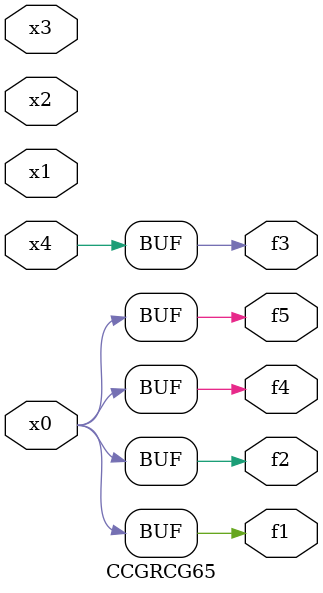
<source format=v>
module CCGRCG65(
	input x0, x1, x2, x3, x4,
	output f1, f2, f3, f4, f5
);
	assign f1 = x0;
	assign f2 = x0;
	assign f3 = x4;
	assign f4 = x0;
	assign f5 = x0;
endmodule

</source>
